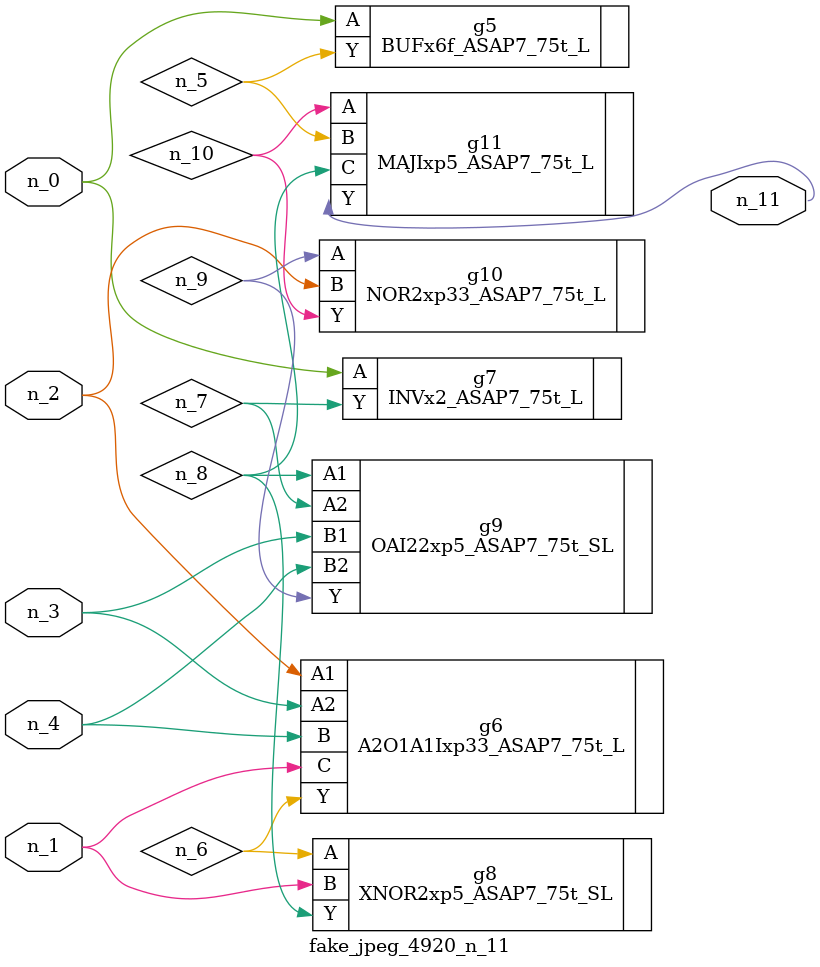
<source format=v>
module fake_jpeg_4920_n_11 (n_3, n_2, n_1, n_0, n_4, n_11);

input n_3;
input n_2;
input n_1;
input n_0;
input n_4;

output n_11;

wire n_10;
wire n_8;
wire n_9;
wire n_6;
wire n_5;
wire n_7;

BUFx6f_ASAP7_75t_L g5 ( 
.A(n_0),
.Y(n_5)
);

A2O1A1Ixp33_ASAP7_75t_L g6 ( 
.A1(n_2),
.A2(n_3),
.B(n_4),
.C(n_1),
.Y(n_6)
);

INVx2_ASAP7_75t_L g7 ( 
.A(n_0),
.Y(n_7)
);

XNOR2xp5_ASAP7_75t_SL g8 ( 
.A(n_6),
.B(n_1),
.Y(n_8)
);

OAI22xp5_ASAP7_75t_SL g9 ( 
.A1(n_8),
.A2(n_7),
.B1(n_3),
.B2(n_4),
.Y(n_9)
);

NOR2xp33_ASAP7_75t_L g10 ( 
.A(n_9),
.B(n_2),
.Y(n_10)
);

MAJIxp5_ASAP7_75t_L g11 ( 
.A(n_10),
.B(n_5),
.C(n_8),
.Y(n_11)
);


endmodule
</source>
